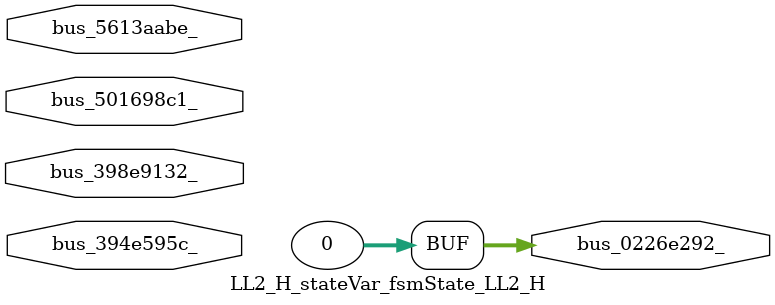
<source format=v>

module LL2_H(In1_ACK, Out1_COUNT, Out1_RDY, In1_SEND, CLK, RESET, In1_COUNT, In1_DATA, Out1_ACK, Out1_DATA, Out1_SEND);
output		In1_ACK;
output	[15:0]	Out1_COUNT;
input		Out1_RDY;
input		In1_SEND;
input		CLK;
input		RESET;
input	[15:0]	In1_COUNT;
input	[15:0]	In1_DATA;
input		Out1_ACK;
output	[15:0]	Out1_DATA;
wire		the_action_done;
output		Out1_SEND;
wire		the_action_go;
wire	[31:0]	scheduler_u130;
wire		LL2_H_scheduler_instance_DONE;
wire		scheduler;
wire		scheduler_u131;
wire		bus_6be21fa1_;
wire		bus_23b4c596_;
wire		bus_2bc38d23_;
wire		the_action;
wire		LL2_H_the_action_instance_DONE;
wire	[15:0]	the_action_u45;
wire	[15:0]	the_action_u46;
wire		the_action_u47;
wire	[31:0]	bus_0226e292_;
assign In1_ACK=the_action;
assign Out1_COUNT=the_action_u45;
assign Out1_DATA=the_action_u46;
assign the_action_done=bus_6be21fa1_;
assign Out1_SEND=the_action_u47;
assign the_action_go=scheduler_u131;
LL2_H_scheduler LL2_H_scheduler_instance(.CLK(CLK), .RESET(bus_23b4c596_), .GO(bus_2bc38d23_), 
  .port_077053a5_(32'h0), .port_69483848_(Out1_RDY), .port_69d0c8fe_(In1_SEND), 
  .port_55bca4ff_(the_action_done), .DONE(LL2_H_scheduler_instance_DONE), .RESULT(scheduler), 
  .RESULT_u935(scheduler_u130), .RESULT_u936(scheduler_u131));
assign bus_6be21fa1_=LL2_H_the_action_instance_DONE&{1{LL2_H_the_action_instance_DONE}};
LL2_H_globalreset_physical_1a3313d9_ LL2_H_globalreset_physical_1a3313d9__1(.bus_4e6e832a_(CLK), 
  .bus_4c341908_(RESET), .bus_23b4c596_(bus_23b4c596_));
LL2_H_Kicker_27 LL2_H_Kicker_27_1(.CLK(CLK), .RESET(bus_23b4c596_), .bus_2bc38d23_(bus_2bc38d23_));
LL2_H_the_action LL2_H_the_action_instance(.CLK(CLK), .GO(the_action_go), .port_1d1de7cf_(In1_DATA), 
  .DONE(LL2_H_the_action_instance_DONE), .RESULT(the_action), .RESULT_u937(the_action_u45), 
  .RESULT_u938(the_action_u46), .RESULT_u939(the_action_u47));
LL2_H_stateVar_fsmState_LL2_H LL2_H_stateVar_fsmState_LL2_H_1(.bus_398e9132_(CLK), 
  .bus_394e595c_(bus_23b4c596_), .bus_501698c1_(scheduler), .bus_5613aabe_(32'h0), 
  .bus_0226e292_(bus_0226e292_));
endmodule



module LL2_H_scheduler(CLK, RESET, GO, port_077053a5_, port_69483848_, port_69d0c8fe_, port_55bca4ff_, RESULT, RESULT_u935, RESULT_u936, DONE);
input		CLK;
input		RESET;
input		GO;
input	[31:0]	port_077053a5_;
input		port_69483848_;
input		port_69d0c8fe_;
input		port_55bca4ff_;
output		RESULT;
output	[31:0]	RESULT_u935;
output		RESULT_u936;
output		DONE;
wire signed	[31:0]	equals_b_signed;
wire signed	[31:0]	equals_a_signed;
wire		equals;
wire		and_u1552_u0;
wire		and_u1553_u0;
wire		not_u299_u0;
wire		and_u1554_u0;
wire		not_u300_u0;
wire		and_u1555_u0;
wire		and_u1556_u0;
wire		and_u1557_u0;
wire		not_u301_u0;
wire		simplePinWrite;
wire		and_u1558_u0;
wire		and_u1559_u0;
wire		and_u1560_u0;
reg		reg_1becca18_u0=1'h0;
wire		and_u1561_u0;
wire		or_u424_u0;
reg		reg_66c3cdef_u0=1'h0;
wire		or_u425_u0;
reg		reg_66c3cdef_result_delayed_u0=1'h0;
assign equals_a_signed=32'h0;
assign equals_b_signed=32'h0;
assign equals=equals_a_signed==equals_b_signed;
assign and_u1552_u0=and_u1561_u0&equals;
assign and_u1553_u0=and_u1561_u0&not_u299_u0;
assign not_u299_u0=~equals;
assign and_u1554_u0=and_u1560_u0&port_69d0c8fe_;
assign not_u300_u0=~port_69d0c8fe_;
assign and_u1555_u0=and_u1560_u0&not_u300_u0;
assign and_u1556_u0=and_u1559_u0&port_69483848_;
assign and_u1557_u0=and_u1559_u0&not_u301_u0;
assign not_u301_u0=~port_69483848_;
assign simplePinWrite=and_u1558_u0&{1{and_u1558_u0}};
assign and_u1558_u0=and_u1556_u0&and_u1559_u0;
assign and_u1559_u0=and_u1554_u0&and_u1560_u0;
assign and_u1560_u0=and_u1552_u0&and_u1561_u0;
always @(posedge CLK or posedge RESET)
begin
if (RESET)
reg_1becca18_u0<=1'h0;
else reg_1becca18_u0<=and_u1561_u0;
end
assign and_u1561_u0=or_u424_u0&or_u424_u0;
assign or_u424_u0=reg_66c3cdef_result_delayed_u0|reg_1becca18_u0;
always @(posedge CLK or posedge RESET)
begin
if (RESET)
reg_66c3cdef_u0<=1'h0;
else reg_66c3cdef_u0<=GO;
end
assign or_u425_u0=GO|and_u1558_u0;
always @(posedge CLK or posedge RESET)
begin
if (RESET)
reg_66c3cdef_result_delayed_u0<=1'h0;
else reg_66c3cdef_result_delayed_u0<=reg_66c3cdef_u0;
end
assign RESULT=or_u425_u0;
assign RESULT_u935=32'h0;
assign RESULT_u936=simplePinWrite;
assign DONE=1'h0;
endmodule



module LL2_H_globalreset_physical_1a3313d9_(bus_4e6e832a_, bus_4c341908_, bus_23b4c596_);
input		bus_4e6e832a_;
input		bus_4c341908_;
output		bus_23b4c596_;
wire		or_5af65183_u0;
wire		and_7ca32d15_u0;
reg		sample_u23=1'h0;
reg		glitch_u23=1'h0;
reg		final_u23=1'h1;
wire		not_0c87ae6a_u0;
reg		cross_u23=1'h0;
assign bus_23b4c596_=or_5af65183_u0;
assign or_5af65183_u0=bus_4c341908_|final_u23;
assign and_7ca32d15_u0=cross_u23&glitch_u23;
always @(posedge bus_4e6e832a_)
begin
sample_u23<=1'h1;
end
always @(posedge bus_4e6e832a_)
begin
glitch_u23<=cross_u23;
end
always @(posedge bus_4e6e832a_)
begin
final_u23<=not_0c87ae6a_u0;
end
assign not_0c87ae6a_u0=~and_7ca32d15_u0;
always @(posedge bus_4e6e832a_)
begin
cross_u23<=sample_u23;
end
endmodule



module LL2_H_Kicker_27(CLK, RESET, bus_2bc38d23_);
input		CLK;
input		RESET;
output		bus_2bc38d23_;
reg		kicker_2=1'h0;
wire		bus_7ebc75f5_;
reg		kicker_1=1'h0;
wire		bus_129f44e5_;
wire		bus_4ba2e834_;
wire		bus_30dc1924_;
reg		kicker_res=1'h0;
always @(posedge CLK)
begin
kicker_2<=bus_4ba2e834_;
end
assign bus_7ebc75f5_=~RESET;
always @(posedge CLK)
begin
kicker_1<=bus_7ebc75f5_;
end
assign bus_2bc38d23_=kicker_res;
assign bus_129f44e5_=~kicker_2;
assign bus_4ba2e834_=bus_7ebc75f5_&kicker_1;
assign bus_30dc1924_=kicker_1&bus_7ebc75f5_&bus_129f44e5_;
always @(posedge CLK)
begin
kicker_res<=bus_30dc1924_;
end
endmodule



module LL2_H_the_action(CLK, GO, port_1d1de7cf_, RESULT, RESULT_u937, RESULT_u938, RESULT_u939, DONE);
input		CLK;
input		GO;
input	[15:0]	port_1d1de7cf_;
output		RESULT;
output	[15:0]	RESULT_u937;
output	[15:0]	RESULT_u938;
output		RESULT_u939;
output		DONE;
wire		simplePinWrite;
wire		simplePinWrite_u263;
wire	[15:0]	simplePinWrite_u264;
wire	[15:0]	simplePinWrite_u265;
assign simplePinWrite=GO&{1{GO}};
assign simplePinWrite_u263=GO&{1{GO}};
assign simplePinWrite_u264=16'h1&{16{1'h1}};
assign simplePinWrite_u265=port_1d1de7cf_;
assign RESULT=simplePinWrite;
assign RESULT_u937=simplePinWrite_u264;
assign RESULT_u938=simplePinWrite_u265;
assign RESULT_u939=simplePinWrite_u263;
assign DONE=GO;
endmodule



module LL2_H_endianswapper_47cc3fde_(endianswapper_47cc3fde_in, endianswapper_47cc3fde_out);
input	[31:0]	endianswapper_47cc3fde_in;
output	[31:0]	endianswapper_47cc3fde_out;
assign endianswapper_47cc3fde_out=32'h0;
endmodule



module LL2_H_endianswapper_13eac01d_(endianswapper_13eac01d_in, endianswapper_13eac01d_out);
input	[31:0]	endianswapper_13eac01d_in;
output	[31:0]	endianswapper_13eac01d_out;
assign endianswapper_13eac01d_out=32'h0;
endmodule



module LL2_H_stateVar_fsmState_LL2_H(bus_398e9132_, bus_394e595c_, bus_501698c1_, bus_5613aabe_, bus_0226e292_);
input		bus_398e9132_;
input		bus_394e595c_;
input		bus_501698c1_;
input	[31:0]	bus_5613aabe_;
output	[31:0]	bus_0226e292_;
wire	[31:0]	endianswapper_47cc3fde_out;
wire	[31:0]	endianswapper_13eac01d_out;
LL2_H_endianswapper_47cc3fde_ LL2_H_endianswapper_47cc3fde__1(.endianswapper_47cc3fde_in(32'h0), 
  .endianswapper_47cc3fde_out(endianswapper_47cc3fde_out));
assign bus_0226e292_=32'h0;
LL2_H_endianswapper_13eac01d_ LL2_H_endianswapper_13eac01d__1(.endianswapper_13eac01d_in(32'h0), 
  .endianswapper_13eac01d_out(endianswapper_13eac01d_out));
endmodule



</source>
